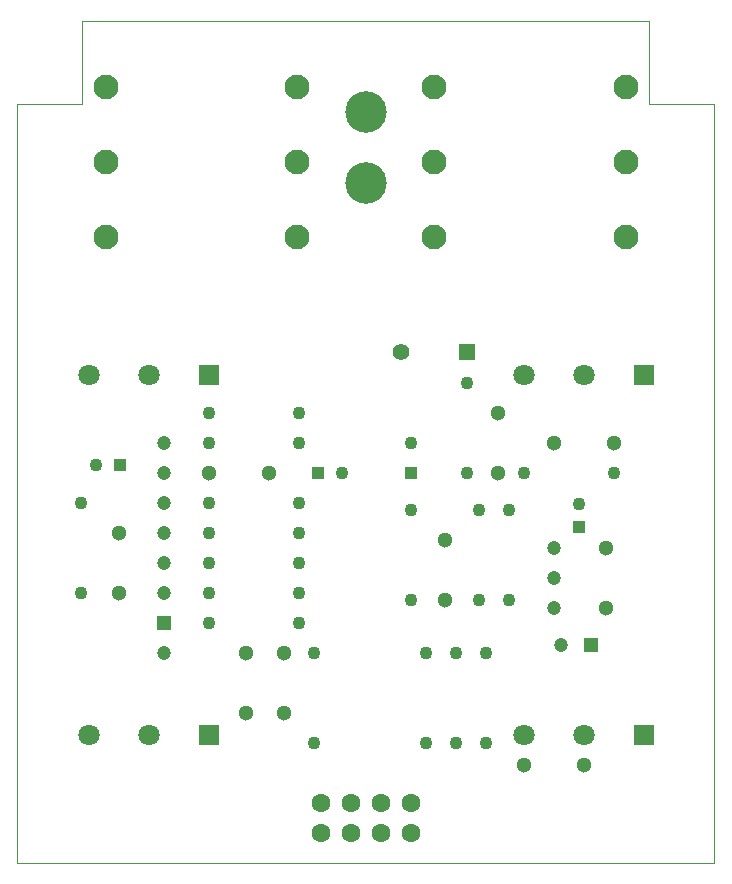
<source format=gbs>
G75*
%MOIN*%
%OFA0B0*%
%FSLAX25Y25*%
%IPPOS*%
%LPD*%
%AMOC8*
5,1,8,0,0,1.08239X$1,22.5*
%
%ADD10C,0.08268*%
%ADD11C,0.05512*%
%ADD12R,0.05512X0.05512*%
%ADD13C,0.04724*%
%ADD14C,0.04331*%
%ADD15R,0.04331X0.04331*%
%ADD16C,0.05118*%
%ADD17R,0.04724X0.04724*%
%ADD18R,0.07087X0.07087*%
%ADD19C,0.07087*%
%ADD20C,0.13843*%
%ADD21C,0.06299*%
%ADD22C,0.00000*%
D10*
X0034425Y0215413D03*
X0034425Y0240413D03*
X0034425Y0265413D03*
X0098323Y0265413D03*
X0098323Y0240413D03*
X0098323Y0215413D03*
X0143926Y0215350D03*
X0143926Y0240350D03*
X0143926Y0265350D03*
X0207824Y0265350D03*
X0207824Y0240350D03*
X0207824Y0215350D03*
D11*
X0133000Y0176850D03*
D12*
X0154750Y0176850D03*
D13*
X0183750Y0111600D03*
X0183750Y0101600D03*
X0183750Y0091600D03*
X0186250Y0079100D03*
X0053750Y0076600D03*
X0053750Y0096600D03*
X0053750Y0106600D03*
X0053750Y0116600D03*
X0053750Y0126600D03*
X0053750Y0136600D03*
X0053750Y0146600D03*
D14*
X0068750Y0146600D03*
X0068750Y0156600D03*
X0068750Y0126600D03*
X0068750Y0116600D03*
X0068750Y0106600D03*
X0068750Y0096600D03*
X0068750Y0086600D03*
X0098750Y0086600D03*
X0098750Y0096600D03*
X0098750Y0106600D03*
X0098750Y0116600D03*
X0098750Y0126600D03*
X0113180Y0136602D03*
X0098750Y0146600D03*
X0098750Y0156600D03*
X0136250Y0146600D03*
X0136250Y0124100D03*
X0154750Y0136600D03*
X0158750Y0124100D03*
X0169000Y0124100D03*
X0173750Y0136600D03*
X0192248Y0126280D03*
X0203750Y0136600D03*
X0169000Y0094100D03*
X0158750Y0094100D03*
X0161250Y0076600D03*
X0151250Y0076600D03*
X0141250Y0076600D03*
X0136250Y0094100D03*
X0103750Y0076600D03*
X0103750Y0046600D03*
X0141250Y0046600D03*
X0151250Y0046600D03*
X0161250Y0046600D03*
X0154750Y0166600D03*
X0031320Y0139098D03*
X0026250Y0126600D03*
X0026250Y0096600D03*
D15*
X0039180Y0139095D03*
X0105320Y0136605D03*
X0136250Y0136600D03*
X0192245Y0118420D03*
D16*
X0201250Y0111600D03*
X0201250Y0091600D03*
X0165250Y0136600D03*
X0165250Y0156600D03*
X0183750Y0146600D03*
X0203750Y0146600D03*
X0147500Y0114100D03*
X0147500Y0094100D03*
X0173750Y0039100D03*
X0193750Y0039100D03*
X0093750Y0056600D03*
X0081250Y0056600D03*
X0081250Y0076600D03*
X0093750Y0076600D03*
X0088750Y0136600D03*
X0068750Y0136600D03*
X0038750Y0116600D03*
X0038750Y0096600D03*
D17*
X0053750Y0086600D03*
X0196250Y0079100D03*
D18*
X0213750Y0049163D03*
X0213750Y0169163D03*
X0068750Y0169163D03*
X0068750Y0049163D03*
D19*
X0048750Y0049163D03*
X0028750Y0049163D03*
X0028750Y0169163D03*
X0048750Y0169163D03*
X0173750Y0169163D03*
X0193750Y0169163D03*
X0193750Y0049163D03*
X0173750Y0049163D03*
D20*
X0121125Y0233238D03*
X0121125Y0256860D03*
D21*
X0116250Y0026600D03*
X0116250Y0016600D03*
X0106250Y0016600D03*
X0106250Y0026600D03*
X0126250Y0026600D03*
X0126250Y0016600D03*
X0136250Y0016600D03*
X0136250Y0026600D03*
D22*
X0237283Y0006600D02*
X0005000Y0006600D01*
X0005000Y0259631D01*
X0026654Y0259631D01*
X0026654Y0287191D01*
X0215630Y0287191D01*
X0215630Y0259631D01*
X0237283Y0259631D01*
X0237283Y0006600D01*
M02*

</source>
